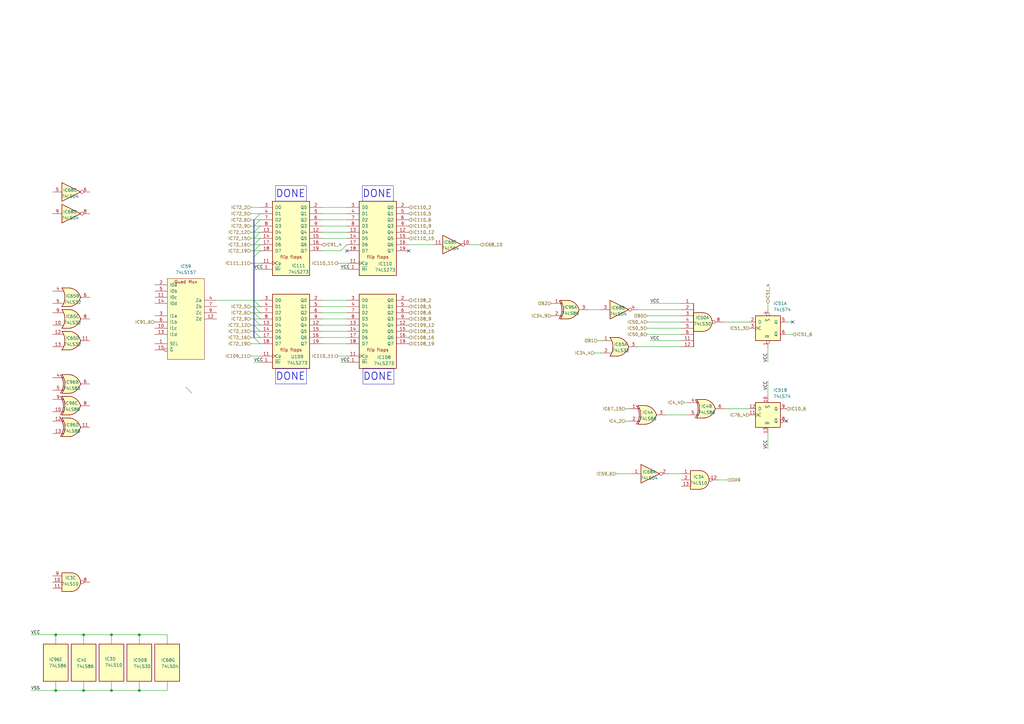
<source format=kicad_sch>
(kicad_sch (version 20231120) (generator "eeschema") (generator_version "8.0")
  (paper "A3")
  (lib_symbols
    (symbol "74LS10_1" (pin_names (offset 1.016))
      (property "Reference" "IC3" (at -2.794 1.524 0))
      (property "Value" "74LS10" (at -2.794 -1.016 0))
      (symbol "74LS10_1_1_1"
        (arc (start 0 -3.81) (mid 3.7934 0) (end 0 3.81) (stroke (width 0.254)) (fill (type background)))
        (polyline (pts (xy 0 3.81) (xy -3.81 3.81) (xy -3.81 -3.81) (xy 0 -3.81)) (stroke (width 0.254)) (fill (type background)))
        (pin input line (at -7.62 2.54 0) (length 3.81) (name "~") (number "1"))
        (pin output inverted (at 7.62 0 180) (length 3.81) (name "~") (number "12"))
        (pin input line (at -7.62 -2.54 0) (length 3.81) (name "~") (number "13"))
        (pin input line (at -7.62 0 0) (length 3.81) (name "~") (number "2"))
      )
      (symbol "74LS10_1_1_2"
        (arc (start -3.81 -3.81) (mid -2.589 0) (end -3.81 3.81) (stroke (width 0.254)))
        (arc (start -0.6096 -3.81) (mid 2.1842 -2.5851) (end 3.81 0) (stroke (width 0.254)) (fill (type background)))
        (polyline (pts (xy -3.81 -3.81) (xy -0.635 -3.81)) (stroke (width 0.254)) (fill (type background)))
        (polyline (pts (xy -3.81 3.81) (xy -0.635 3.81)) (stroke (width 0.254)) (fill (type background)))
        (polyline (pts (xy -0.635 3.81) (xy -3.81 3.81) (xy -3.81 3.81) (xy -3.556 3.4036) (xy -3.0226 2.2606) (xy -2.6924 1.0414) (xy -2.6162 -0.254) (xy -2.7686 -1.4986) (xy -3.175 -2.7178) (xy -3.81 -3.81) (xy -3.81 -3.81) (xy -0.635 -3.81)) (stroke (width -25.4)) (fill (type background)))
        (arc (start 3.81 0) (mid 2.1915 2.5936) (end -0.6096 3.81) (stroke (width 0.254)) (fill (type background)))
        (pin input inverted (at -7.62 2.54 0) (length 4.318) (name "~") (number "1"))
        (pin output line (at 7.62 0 180) (length 3.81) (name "~") (number "12"))
        (pin input inverted (at -7.62 -2.54 0) (length 4.318) (name "~") (number "13"))
        (pin input inverted (at -7.62 0 0) (length 4.953) (name "~") (number "2"))
      )
      (symbol "74LS10_1_2_1"
        (arc (start 0 -3.81) (mid 3.7934 0) (end 0 3.81) (stroke (width 0.254)) (fill (type background)))
        (polyline (pts (xy 0 3.81) (xy -3.81 3.81) (xy -3.81 -3.81) (xy 0 -3.81)) (stroke (width 0.254)) (fill (type background)))
        (pin input line (at -7.62 2.54 0) (length 3.81) (name "~") (number "3"))
        (pin input line (at -7.62 0 0) (length 3.81) (name "~") (number "4"))
        (pin input line (at -7.62 -2.54 0) (length 3.81) (name "~") (number "5"))
        (pin output inverted (at 7.62 0 180) (length 3.81) (name "~") (number "6"))
      )
      (symbol "74LS10_1_2_2"
        (arc (start -3.81 -3.81) (mid -2.589 0) (end -3.81 3.81) (stroke (width 0.254)))
        (arc (start -0.6096 -3.81) (mid 2.1842 -2.5851) (end 3.81 0) (stroke (width 0.254)) (fill (type background)))
        (polyline (pts (xy -3.81 -3.81) (xy -0.635 -3.81)) (stroke (width 0.254)) (fill (type background)))
        (polyline (pts (xy -3.81 3.81) (xy -0.635 3.81)) (stroke (width 0.254)) (fill (type background)))
        (polyline (pts (xy -0.635 3.81) (xy -3.81 3.81) (xy -3.81 3.81) (xy -3.556 3.4036) (xy -3.0226 2.2606) (xy -2.6924 1.0414) (xy -2.6162 -0.254) (xy -2.7686 -1.4986) (xy -3.175 -2.7178) (xy -3.81 -3.81) (xy -3.81 -3.81) (xy -0.635 -3.81)) (stroke (width -25.4)) (fill (type background)))
        (arc (start 3.81 0) (mid 2.1915 2.5936) (end -0.6096 3.81) (stroke (width 0.254)) (fill (type background)))
        (pin input inverted (at -7.62 2.54 0) (length 4.318) (name "~") (number "3"))
        (pin input inverted (at -7.62 0 0) (length 4.953) (name "~") (number "4"))
        (pin input inverted (at -7.62 -2.54 0) (length 4.318) (name "~") (number "5"))
        (pin output line (at 7.62 0 180) (length 3.81) (name "~") (number "6"))
      )
      (symbol "74LS10_1_3_1"
        (arc (start 0 -3.81) (mid 3.7934 0) (end 0 3.81) (stroke (width 0.254)) (fill (type background)))
        (polyline (pts (xy 0 3.81) (xy -3.81 3.81) (xy -3.81 -3.81) (xy 0 -3.81)) (stroke (width 0.254)) (fill (type background)))
        (pin input line (at -7.62 0 0) (length 3.81) (name "~") (number "10"))
        (pin input line (at -7.62 -2.54 0) (length 3.81) (name "~") (number "11"))
        (pin output inverted (at 7.62 0 180) (length 3.81) (name "~") (number "8"))
        (pin input line (at -7.62 2.54 0) (length 3.81) (name "~") (number "9"))
      )
      (symbol "74LS10_1_3_2"
        (arc (start -3.81 -3.81) (mid -2.589 0) (end -3.81 3.81) (stroke (width 0.254)))
        (arc (start -0.6096 -3.81) (mid 2.1842 -2.5851) (end 3.81 0) (stroke (width 0.254)) (fill (type background)))
        (polyline (pts (xy -3.81 -3.81) (xy -0.635 -3.81)) (stroke (width 0.254)) (fill (type background)))
        (polyline (pts (xy -3.81 3.81) (xy -0.635 3.81)) (stroke (width 0.254)) (fill (type background)))
        (polyline (pts (xy -0.635 3.81) (xy -3.81 3.81) (xy -3.81 3.81) (xy -3.556 3.4036) (xy -3.0226 2.2606) (xy -2.6924 1.0414) (xy -2.6162 -0.254) (xy -2.7686 -1.4986) (xy -3.175 -2.7178) (xy -3.81 -3.81) (xy -3.81 -3.81) (xy -0.635 -3.81)) (stroke (width -25.4)) (fill (type background)))
        (arc (start 3.81 0) (mid 2.1915 2.5936) (end -0.6096 3.81) (stroke (width 0.254)) (fill (type background)))
        (pin input inverted (at -7.62 0 0) (length 4.953) (name "~") (number "10"))
        (pin input inverted (at -7.62 -2.54 0) (length 4.318) (name "~") (number "11"))
        (pin output line (at 7.62 0 180) (length 3.81) (name "~") (number "8"))
        (pin input inverted (at -7.62 2.54 0) (length 4.318) (name "~") (number "9"))
      )
      (symbol "74LS10_1_4_0"
        (pin power_in line (at 0 12.7 270) (length 5.08) hide (name "VCC") (number "14"))
        (pin power_in line (at 0 -12.7 90) (length 5.08) hide (name "GND") (number "7"))
      )
      (symbol "74LS10_1_4_1"
        (rectangle (start -5.08 7.62) (end 5.08 -7.62) (stroke (width 0.254)) (fill (type background)))
      )
    )
    (symbol "74xx:74LS10" (pin_names (offset 1.016))
      (property "Reference" "U" (at 0 1.27 0))
      (property "Value" "74LS10" (at 0 -1.27 0))
      (symbol "74LS10_1_1"
        (arc (start 0 -3.81) (mid 3.7934 0) (end 0 3.81) (stroke (width 0.254)) (fill (type background)))
        (polyline (pts (xy 0 3.81) (xy -3.81 3.81) (xy -3.81 -3.81) (xy 0 -3.81)) (stroke (width 0.254)) (fill (type background)))
        (pin input line (at -7.62 2.54 0) (length 3.81) (name "~") (number "1"))
        (pin output inverted (at 7.62 0 180) (length 3.81) (name "~") (number "12"))
        (pin input line (at -7.62 -2.54 0) (length 3.81) (name "~") (number "13"))
        (pin input line (at -7.62 0 0) (length 3.81) (name "~") (number "2"))
      )
      (symbol "74LS10_1_2"
        (arc (start -3.81 -3.81) (mid -2.589 0) (end -3.81 3.81) (stroke (width 0.254)))
        (arc (start -0.6096 -3.81) (mid 2.1842 -2.5851) (end 3.81 0) (stroke (width 0.254)) (fill (type background)))
        (polyline (pts (xy -3.81 -3.81) (xy -0.635 -3.81)) (stroke (width 0.254)) (fill (type background)))
        (polyline (pts (xy -3.81 3.81) (xy -0.635 3.81)) (stroke (width 0.254)) (fill (type background)))
        (polyline (pts (xy -0.635 3.81) (xy -3.81 3.81) (xy -3.81 3.81) (xy -3.556 3.4036) (xy -3.0226 2.2606) (xy -2.6924 1.0414) (xy -2.6162 -0.254) (xy -2.7686 -1.4986) (xy -3.175 -2.7178) (xy -3.81 -3.81) (xy -3.81 -3.81) (xy -0.635 -3.81)) (stroke (width -25.4)) (fill (type background)))
        (arc (start 3.81 0) (mid 2.1915 2.5936) (end -0.6096 3.81) (stroke (width 0.254)) (fill (type background)))
        (pin input inverted (at -7.62 2.54 0) (length 4.318) (name "~") (number "1"))
        (pin output line (at 7.62 0 180) (length 3.81) (name "~") (number "12"))
        (pin input inverted (at -7.62 -2.54 0) (length 4.318) (name "~") (number "13"))
        (pin input inverted (at -7.62 0 0) (length 4.953) (name "~") (number "2"))
      )
      (symbol "74LS10_2_1"
        (arc (start 0 -3.81) (mid 3.7934 0) (end 0 3.81) (stroke (width 0.254)) (fill (type background)))
        (polyline (pts (xy 0 3.81) (xy -3.81 3.81) (xy -3.81 -3.81) (xy 0 -3.81)) (stroke (width 0.254)) (fill (type background)))
        (pin input line (at -7.62 2.54 0) (length 3.81) (name "~") (number "3"))
        (pin input line (at -7.62 0 0) (length 3.81) (name "~") (number "4"))
        (pin input line (at -7.62 -2.54 0) (length 3.81) (name "~") (number "5"))
        (pin output inverted (at 7.62 0 180) (length 3.81) (name "~") (number "6"))
      )
      (symbol "74LS10_2_2"
        (arc (start -3.81 -3.81) (mid -2.589 0) (end -3.81 3.81) (stroke (width 0.254)))
        (arc (start -0.6096 -3.81) (mid 2.1842 -2.5851) (end 3.81 0) (stroke (width 0.254)) (fill (type background)))
        (polyline (pts (xy -3.81 -3.81) (xy -0.635 -3.81)) (stroke (width 0.254)) (fill (type background)))
        (polyline (pts (xy -3.81 3.81) (xy -0.635 3.81)) (stroke (width 0.254)) (fill (type background)))
        (polyline (pts (xy -0.635 3.81) (xy -3.81 3.81) (xy -3.81 3.81) (xy -3.556 3.4036) (xy -3.0226 2.2606) (xy -2.6924 1.0414) (xy -2.6162 -0.254) (xy -2.7686 -1.4986) (xy -3.175 -2.7178) (xy -3.81 -3.81) (xy -3.81 -3.81) (xy -0.635 -3.81)) (stroke (width -25.4)) (fill (type background)))
        (arc (start 3.81 0) (mid 2.1915 2.5936) (end -0.6096 3.81) (stroke (width 0.254)) (fill (type background)))
        (pin input inverted (at -7.62 2.54 0) (length 4.318) (name "~") (number "3"))
        (pin input inverted (at -7.62 0 0) (length 4.953) (name "~") (number "4"))
        (pin input inverted (at -7.62 -2.54 0) (length 4.318) (name "~") (number "5"))
        (pin output line (at 7.62 0 180) (length 3.81) (name "~") (number "6"))
      )
      (symbol "74LS10_3_1"
        (arc (start 0 -3.81) (mid 3.7934 0) (end 0 3.81) (stroke (width 0.254)) (fill (type background)))
        (polyline (pts (xy 0 3.81) (xy -3.81 3.81) (xy -3.81 -3.81) (xy 0 -3.81)) (stroke (width 0.254)) (fill (type background)))
        (pin input line (at -7.62 0 0) (length 3.81) (name "~") (number "10"))
        (pin input line (at -7.62 -2.54 0) (length 3.81) (name "~") (number "11"))
        (pin output inverted (at 7.62 0 180) (length 3.81) (name "~") (number "8"))
        (pin input line (at -7.62 2.54 0) (length 3.81) (name "~") (number "9"))
      )
      (symbol "74LS10_3_2"
        (arc (start -3.81 -3.81) (mid -2.589 0) (end -3.81 3.81) (stroke (width 0.254)))
        (arc (start -0.6096 -3.81) (mid 2.1842 -2.5851) (end 3.81 0) (stroke (width 0.254)) (fill (type background)))
        (polyline (pts (xy -3.81 -3.81) (xy -0.635 -3.81)) (stroke (width 0.254)) (fill (type background)))
        (polyline (pts (xy -3.81 3.81) (xy -0.635 3.81)) (stroke (width 0.254)) (fill (type background)))
        (polyline (pts (xy -0.635 3.81) (xy -3.81 3.81) (xy -3.81 3.81) (xy -3.556 3.4036) (xy -3.0226 2.2606) (xy -2.6924 1.0414) (xy -2.6162 -0.254) (xy -2.7686 -1.4986) (xy -3.175 -2.7178) (xy -3.81 -3.81) (xy -3.81 -3.81) (xy -0.635 -3.81)) (stroke (width -25.4)) (fill (type background)))
        (arc (start 3.81 0) (mid 2.1915 2.5936) (end -0.6096 3.81) (stroke (width 0.254)) (fill (type background)))
        (pin input inverted (at -7.62 0 0) (length 4.953) (name "~") (number "10"))
        (pin input inverted (at -7.62 -2.54 0) (length 4.318) (name "~") (number "11"))
        (pin output line (at 7.62 0 180) (length 3.81) (name "~") (number "8"))
        (pin input inverted (at -7.62 2.54 0) (length 4.318) (name "~") (number "9"))
      )
      (symbol "74LS10_4_0"
        (pin power_in line (at 0 12.7 270) (length 5.08) (name "VCC") (number "14"))
        (pin power_in line (at 0 -12.7 90) (length 5.08) (name "GND") (number "7"))
      )
      (symbol "74LS10_4_1"
        (rectangle (start -5.08 7.62) (end 5.08 -7.62) (stroke (width 0.254)) (fill (type background)))
      )
    )
    (symbol "jt74:74LS04" (pin_names (offset 1.016))
      (property "Reference" "U" (at 0 1.27 0))
      (property "Value" "74LS04" (at 0 -1.27 0))
      (symbol "74LS04_1_0"
        (polyline (pts (xy -3.81 3.81) (xy -3.81 -3.81) (xy 3.81 0) (xy -3.81 3.81)) (stroke (width 0.254)) (fill (type background)))
        (pin input line (at -7.62 0 0) (length 3.81) (name "~") (number "1"))
        (pin output inverted (at 7.62 0 180) (length 3.81) (name "~") (number "2"))
      )
      (symbol "74LS04_2_0"
        (polyline (pts (xy -3.81 3.81) (xy -3.81 -3.81) (xy 3.81 0) (xy -3.81 3.81)) (stroke (width 0.254)) (fill (type background)))
        (pin input line (at -7.62 0 0) (length 3.81) (name "~") (number "3"))
        (pin output inverted (at 7.62 0 180) (length 3.81) (name "~") (number "4"))
      )
      (symbol "74LS04_3_0"
        (polyline (pts (xy -3.81 3.81) (xy -3.81 -3.81) (xy 3.81 0) (xy -3.81 3.81)) (stroke (width 0.254)) (fill (type background)))
        (pin input line (at -7.62 0 0) (length 3.81) (name "~") (number "5"))
        (pin output inverted (at 7.62 0 180) (length 3.81) (name "~") (number "6"))
      )
      (symbol "74LS04_4_0"
        (polyline (pts (xy -3.81 3.81) (xy -3.81 -3.81) (xy 3.81 0) (xy -3.81 3.81)) (stroke (width 0.254)) (fill (type background)))
        (pin output inverted (at 7.62 0 180) (length 3.81) (name "~") (number "8"))
        (pin input line (at -7.62 0 0) (length 3.81) (name "~") (number "9"))
      )
      (symbol "74LS04_5_0"
        (polyline (pts (xy -3.81 3.81) (xy -3.81 -3.81) (xy 3.81 0) (xy -3.81 3.81)) (stroke (width 0.254)) (fill (type background)))
        (pin output inverted (at 7.62 0 180) (length 3.81) (name "~") (number "10"))
        (pin input line (at -7.62 0 0) (length 3.81) (name "~") (number "11"))
      )
      (symbol "74LS04_6_0"
        (polyline (pts (xy -3.81 3.81) (xy -3.81 -3.81) (xy 3.81 0) (xy -3.81 3.81)) (stroke (width 0.254)) (fill (type background)))
        (pin output inverted (at 7.62 0 180) (length 3.81) (name "~") (number "12"))
        (pin input line (at -7.62 0 0) (length 3.81) (name "~") (number "13"))
      )
      (symbol "74LS04_7_0"
        (pin power_in line (at 0 7.62 270) (length 5.08) hide (name "VCC") (number "14"))
        (pin power_in line (at 0 -7.62 90) (length 5.08) hide (name "VSS") (number "7"))
      )
      (symbol "74LS04_7_1"
        (rectangle (start -5.08 7.62) (end 5.08 -7.62) (stroke (width 0.254)) (fill (type background)))
      )
    )
    (symbol "jt74:74LS157" (pin_names (offset 1.016))
      (property "Reference" "U" (at 5.08 16.51 0))
      (property "Value" "74LS157" (at 0 -16.51 0))
      (symbol "74LS157_0_0"
        (text "Quad Mux" (at 0 13.97 0) (effects (font (size 1.27 1.27))))
      )
      (symbol "74LS157_1_0"
        (pin input line (at -12.7 -11.43 0) (length 5.08) (name "SEL") (number "1"))
        (pin input line (at -12.7 -5.08 0) (length 5.08) (name "I1c") (number "10"))
        (pin input line (at -12.7 7.62 0) (length 5.08) (name "I0c") (number "11"))
        (pin output line (at 12.7 -1.27 180) (length 5.08) (name "Zd") (number "12"))
        (pin input line (at -12.7 -7.62 0) (length 5.08) (name "I1d") (number "13"))
        (pin input line (at -12.7 5.08 0) (length 5.08) (name "I0d") (number "14"))
        (pin input inverted (at -12.7 -13.97 0) (length 5.08) (name "~{G}") (number "15"))
        (pin input line (at -12.7 12.7 0) (length 5.08) (name "I0a") (number "2"))
        (pin input line (at -12.7 0 0) (length 5.08) (name "I1a") (number "3"))
        (pin output line (at 12.7 6.35 180) (length 5.08) (name "Za") (number "4"))
        (pin input line (at -12.7 10.16 0) (length 5.08) (name "I0b") (number "5"))
        (pin input line (at -12.7 -2.54 0) (length 5.08) (name "I1b") (number "6"))
        (pin output line (at 12.7 3.81 180) (length 5.08) (name "Zb") (number "7"))
        (pin output line (at 12.7 1.27 180) (length 5.08) (name "Zc") (number "9"))
      )
      (symbol "74LS157_1_1"
        (rectangle (start -7.62 15.24) (end 7.62 -17.78) (fill (type background)))
      )
    )
    (symbol "jt74:74LS273" (pin_names (offset 1.016))
      (property "Reference" "U" (at 0 2.54 0))
      (property "Value" "74LS273" (at 2.54 -13.97 0))
      (symbol "74LS273_0_0"
        (text "flip flops" (at 0 -7.62 0) (effects (font (size 1.27 1.27))))
      )
      (symbol "74LS273_1_0"
        (pin input line (at -12.7 -12.7 0) (length 5.08) (name "~{Mr}") (number "1"))
        (pin input clock (at -12.7 -10.16 0) (length 5.08) (name "Cp") (number "11"))
        (pin output line (at 12.7 2.54 180) (length 5.08) (name "Q4") (number "12"))
        (pin input line (at -12.7 2.54 0) (length 5.08) (name "D4") (number "13"))
        (pin input line (at -12.7 0 0) (length 5.08) (name "D5") (number "14"))
        (pin output line (at 12.7 0 180) (length 5.08) (name "Q5") (number "15"))
        (pin output line (at 12.7 -2.54 180) (length 5.08) (name "Q6") (number "16"))
        (pin input line (at -12.7 -2.54 0) (length 5.08) (name "D6") (number "17"))
        (pin input line (at -12.7 -5.08 0) (length 5.08) (name "D7") (number "18"))
        (pin output line (at 12.7 -5.08 180) (length 5.08) (name "Q7") (number "19"))
        (pin output line (at 12.7 12.7 180) (length 5.08) (name "Q0") (number "2"))
        (pin input line (at -12.7 12.7 0) (length 5.08) (name "D0") (number "3"))
        (pin input line (at -12.7 10.16 0) (length 5.08) (name "D1") (number "4"))
        (pin output line (at 12.7 10.16 180) (length 5.08) (name "Q1") (number "5"))
        (pin output line (at 12.7 7.62 180) (length 5.08) (name "Q2") (number "6"))
        (pin input line (at -12.7 7.62 0) (length 5.08) (name "D2") (number "7"))
        (pin input line (at -12.7 5.08 0) (length 5.08) (name "D3") (number "8"))
        (pin output line (at 12.7 5.08 180) (length 5.08) (name "Q3") (number "9"))
      )
      (symbol "74LS273_1_1"
        (rectangle (start -7.62 15.24) (end 7.62 -15.24) (stroke (width 0.254)) (fill (type background)))
      )
    )
    (symbol "jt74:74LS30" (pin_names (offset 1.016))
      (property "Reference" "U" (at 0 1.27 0))
      (property "Value" "74LS30" (at 0 -1.27 0))
      (symbol "74LS30_1_1"
        (arc (start 0 -3.81) (mid 3.7934 0) (end 0 3.81) (stroke (width 0.254)) (fill (type background)))
        (polyline (pts (xy -3.81 7.62) (xy -3.81 -10.16)) (stroke (width 0.254)))
        (polyline (pts (xy 0 3.81) (xy -3.81 3.81) (xy -3.81 -3.81) (xy 0 -3.81)) (stroke (width 0.254)) (fill (type background)))
        (pin input line (at -8.89 7.62 0) (length 5.08) (name "~") (number "1"))
        (pin no_connect line (at 1.27 -7.62 180) (length 5.08) hide (name "") (number "10"))
        (pin input line (at -8.89 -7.62 0) (length 5.08) (name "~") (number "11"))
        (pin input line (at -8.89 -10.16 0) (length 5.08) (name "~") (number "12"))
        (pin no_connect line (at 1.27 -10.16 180) (length 5.08) hide (name "") (number "13"))
        (pin input line (at -8.89 5.08 0) (length 5.08) (name "~") (number "2"))
        (pin input line (at -8.89 2.54 0) (length 5.08) (name "~") (number "3"))
        (pin input line (at -8.89 0 0) (length 5.08) (name "~") (number "4"))
        (pin input line (at -8.89 -2.54 0) (length 5.08) (name "~") (number "5"))
        (pin input line (at -8.89 -5.08 0) (length 5.08) (name "~") (number "6"))
        (pin output inverted (at 8.89 0 180) (length 5.08) (name "~") (number "8"))
        (pin no_connect line (at 1.27 -5.08 180) (length 5.08) hide (name "") (number "9"))
      )
      (symbol "74LS30_1_2"
        (arc (start -3.81 -3.81) (mid -2.589 0) (end -3.81 3.81) (stroke (width 0.254)))
        (arc (start -0.6096 -3.81) (mid 2.1842 -2.5851) (end 3.81 0) (stroke (width 0.254)) (fill (type background)))
        (polyline (pts (xy -3.81 -3.81) (xy -3.81 -10.16)) (stroke (width 0.254)))
        (polyline (pts (xy -3.81 -3.81) (xy -0.635 -3.81)) (stroke (width 0.254)) (fill (type background)))
        (polyline (pts (xy -3.81 3.81) (xy -0.635 3.81)) (stroke (width 0.254)) (fill (type background)))
        (polyline (pts (xy -3.81 7.62) (xy -3.81 3.81)) (stroke (width 0.254)))
        (polyline (pts (xy -0.635 3.81) (xy -3.81 3.81) (xy -3.81 3.81) (xy -3.556 3.4036) (xy -3.0226 2.2606) (xy -2.6924 1.0414) (xy -2.6162 -0.254) (xy -2.7686 -1.4986) (xy -3.175 -2.7178) (xy -3.81 -3.81) (xy -3.81 -3.81) (xy -0.635 -3.81)) (stroke (width -25.4)) (fill (type background)))
        (arc (start 3.81 0) (mid 2.1915 2.5936) (end -0.6096 3.81) (stroke (width 0.254)) (fill (type background)))
        (pin input inverted (at -7.62 7.62 0) (length 3.81) (name "~") (number "1"))
        (pin input inverted (at -7.62 -7.62 0) (length 3.81) (name "~") (number "11"))
        (pin input inverted (at -7.62 -10.16 0) (length 3.81) (name "~") (number "12"))
        (pin input inverted (at -7.62 5.08 0) (length 3.81) (name "~") (number "2"))
        (pin input inverted (at -7.62 2.54 0) (length 4.5466) (name "~") (number "3"))
        (pin input inverted (at -7.62 0 0) (length 5.08) (name "~") (number "4"))
        (pin input inverted (at -7.62 -2.54 0) (length 4.5466) (name "~") (number "5"))
        (pin input inverted (at -7.62 -5.08 0) (length 3.81) (name "~") (number "6"))
        (pin output line (at 7.62 0 180) (length 3.81) (name "~") (number "8"))
      )
      (symbol "74LS30_2_0"
        (pin power_in line (at 0 7.62 270) (length 5.08) hide (name "VCC") (number "14"))
        (pin power_in line (at 0 -7.62 90) (length 5.08) hide (name "VSS") (number "7"))
      )
      (symbol "74LS30_2_1"
        (rectangle (start -5.08 7.62) (end 5.08 -7.62) (stroke (width 0.254)) (fill (type background)))
      )
    )
    (symbol "jt74:74LS32" (pin_names (offset 1.016))
      (property "Reference" "U" (at 0 1.27 0))
      (property "Value" "74LS32" (at 0 -1.27 0))
      (symbol "74LS32_1_1"
        (arc (start -3.81 -3.81) (mid -2.589 0) (end -3.81 3.81) (stroke (width 0.254)))
        (arc (start -0.6096 -3.81) (mid 2.1842 -2.5851) (end 3.81 0) (stroke (width 0.254)) (fill (type background)))
        (polyline (pts (xy -3.81 -3.81) (xy -0.635 -3.81)) (stroke (width 0.254)) (fill (type background)))
        (polyline (pts (xy -3.81 3.81) (xy -0.635 3.81)) (stroke (width 0.254)) (fill (type background)))
        (polyline (pts (xy -0.635 3.81) (xy -3.81 3.81) (xy -3.81 3.81) (xy -3.556 3.4036) (xy -3.0226 2.2606) (xy -2.6924 1.0414) (xy -2.6162 -0.254) (xy -2.7686 -1.4986) (xy -3.175 -2.7178) (xy -3.81 -3.81) (xy -3.81 -3.81) (xy -0.635 -3.81)) (stroke (width -25.4)) (fill (type background)))
        (arc (start 3.81 0) (mid 2.1915 2.5936) (end -0.6096 3.81) (stroke (width 0.254)) (fill (type background)))
        (pin input line (at -7.62 2.54 0) (length 4.318) (name "~") (number "1"))
        (pin input line (at -7.62 -2.54 0) (length 4.318) (name "~") (number "2"))
        (pin output line (at 7.62 0 180) (length 3.81) (name "~") (number "3"))
      )
      (symbol "74LS32_1_2"
        (arc (start 0 -3.81) (mid 3.7934 0) (end 0 3.81) (stroke (width 0.254)) (fill (type background)))
        (polyline (pts (xy 0 3.81) (xy -3.81 3.81) (xy -3.81 -3.81) (xy 0 -3.81)) (stroke (width 0.254)) (fill (type background)))
        (pin input inverted (at -7.62 2.54 0) (length 3.81) (name "~") (number "1"))
        (pin input inverted (at -7.62 -2.54 0) (length 3.81) (name "~") (number "2"))
        (pin output inverted (at 7.62 0 180) (length 3.81) (name "~") (number "3"))
      )
      (symbol "74LS32_2_1"
        (arc (start -3.81 -3.81) (mid -2.589 0) (end -3.81 3.81) (stroke (width 0.254)))
        (arc (start -0.6096 -3.81) (mid 2.1842 -2.5851) (end 3.81 0) (stroke (width 0.254)) (fill (type background)))
        (polyline (pts (xy -3.81 -3.81) (xy -0.635 -3.81)) (stroke (width 0.254)) (fill (type background)))
        (polyline (pts (xy -3.81 3.81) (xy -0.635 3.81)) (stroke (width 0.254)) (fill (type background)))
        (polyline (pts (xy -0.635 3.81) (xy -3.81 3.81) (xy -3.81 3.81) (xy -3.556 3.4036) (xy -3.0226 2.2606) (xy -2.6924 1.0414) (xy -2.6162 -0.254) (xy -2.7686 -1.4986) (xy -3.175 -2.7178) (xy -3.81 -3.81) (xy -3.81 -3.81) (xy -0.635 -3.81)) (stroke (width -25.4)) (fill (type background)))
        (arc (start 3.81 0) (mid 2.1915 2.5936) (end -0.6096 3.81) (stroke (width 0.254)) (fill (type background)))
        (pin input line (at -7.62 2.54 0) (length 4.318) (name "~") (number "4"))
        (pin input line (at -7.62 -2.54 0) (length 4.318) (name "~") (number "5"))
        (pin output line (at 7.62 0 180) (length 3.81) (name "~") (number "6"))
      )
      (symbol "74LS32_2_2"
        (arc (start 0 -3.81) (mid 3.7934 0) (end 0 3.81) (stroke (width 0.254)) (fill (type background)))
        (polyline (pts (xy 0 3.81) (xy -3.81 3.81) (xy -3.81 -3.81) (xy 0 -3.81)) (stroke (width 0.254)) (fill (type background)))
        (pin input inverted (at -7.62 2.54 0) (length 3.81) (name "~") (number "4"))
        (pin input inverted (at -7.62 -2.54 0) (length 3.81) (name "~") (number "5"))
        (pin output inverted (at 7.62 0 180) (length 3.81) (name "~") (number "6"))
      )
      (symbol "74LS32_3_1"
        (arc (start -3.81 -3.81) (mid -2.589 0) (end -3.81 3.81) (stroke (width 0.254)))
        (arc (start -0.6096 -3.81) (mid 2.1842 -2.5851) (end 3.81 0) (stroke (width 0.254)) (fill (type background)))
        (polyline (pts (xy -3.81 -3.81) (xy -0.635 -3.81)) (stroke (width 0.254)) (fill (type background)))
        (polyline (pts (xy -3.81 3.81) (xy -0.635 3.81)) (stroke (width 0.254)) (fill (type background)))
        (polyline (pts (xy -0.635 3.81) (xy -3.81 3.81) (xy -3.81 3.81) (xy -3.556 3.4036) (xy -3.0226 2.2606) (xy -2.6924 1.0414) (xy -2.6162 -0.254) (xy -2.7686 -1.4986) (xy -3.175 -2.7178) (xy -3.81 -3.81) (xy -3.81 -3.81) (xy -0.635 -3.81)) (stroke (width -25.4)) (fill (type background)))
        (arc (start 3.81 0) (mid 2.1915 2.5936) (end -0.6096 3.81) (stroke (width 0.254)) (fill (type background)))
        (pin input line (at -7.62 -2.54 0) (length 4.318) (name "~") (number "10"))
        (pin output line (at 7.62 0 180) (length 3.81) (name "~") (number "8"))
        (pin input line (at -7.62 2.54 0) (length 4.318) (name "~") (number "9"))
      )
      (symbol "74LS32_3_2"
        (arc (start 0 -3.81) (mid 3.7934 0) (end 0 3.81) (stroke (width 0.254)) (fill (type background)))
        (polyline (pts (xy 0 3.81) (xy -3.81 3.81) (xy -3.81 -3.81) (xy 0 -3.81)) (stroke (width 0.254)) (fill (type background)))
        (pin input inverted (at -7.62 -2.54 0) (length 3.81) (name "~") (number "10"))
        (pin output inverted (at 7.62 0 180) (length 3.81) (name "~") (number "8"))
        (pin input inverted (at -7.62 2.54 0) (length 3.81) (name "~") (number "9"))
      )
      (symbol "74LS32_4_1"
        (arc (start -3.81 -3.81) (mid -2.589 0) (end -3.81 3.81) (stroke (width 0.254)))
        (arc (start -0.6096 -3.81) (mid 2.1842 -2.5851) (end 3.81 0) (stroke (width 0.254)) (fill (type background)))
        (polyline (pts (xy -3.81 -3.81) (xy -0.635 -3.81)) (stroke (width 0.254)) (fill (type background)))
        (polyline (pts (xy -3.81 3.81) (xy -0.635 3.81)) (stroke (width 0.254)) (fill (type background)))
        (polyline (pts (xy -0.635 3.81) (xy -3.81 3.81) (xy -3.81 3.81) (xy -3.556 3.4036) (xy -3.0226 2.2606) (xy -2.6924 1.0414) (xy -2.6162 -0.254) (xy -2.7686 -1.4986) (xy -3.175 -2.7178) (xy -3.81 -3.81) (xy -3.81 -3.81) (xy -0.635 -3.81)) (stroke (width -25.4)) (fill (type background)))
        (arc (start 3.81 0) (mid 2.1915 2.5936) (end -0.6096 3.81) (stroke (width 0.254)) (fill (type background)))
        (pin output line (at 7.62 0 180) (length 3.81) (name "~") (number "11"))
        (pin input line (at -7.62 2.54 0) (length 4.318) (name "~") (number "12"))
        (pin input line (at -7.62 -2.54 0) (length 4.318) (name "~") (number "13"))
      )
      (symbol "74LS32_4_2"
        (arc (start 0 -3.81) (mid 3.7934 0) (end 0 3.81) (stroke (width 0.254)) (fill (type background)))
        (polyline (pts (xy 0 3.81) (xy -3.81 3.81) (xy -3.81 -3.81) (xy 0 -3.81)) (stroke (width 0.254)) (fill (type background)))
        (pin output inverted (at 7.62 0 180) (length 3.81) (name "~") (number "11"))
        (pin input inverted (at -7.62 2.54 0) (length 3.81) (name "~") (number "12"))
        (pin input inverted (at -7.62 -2.54 0) (length 3.81) (name "~") (number "13"))
      )
      (symbol "74LS32_5_0"
        (pin power_in line (at 0 7.62 270) (length 5.08) hide (name "VCC") (number "14"))
        (pin power_in line (at 0 -7.62 90) (length 5.08) hide (name "VSS") (number "7"))
      )
      (symbol "74LS32_5_1"
        (rectangle (start -5.08 7.62) (end 5.08 -7.62) (stroke (width 0.254)) (fill (type background)))
      )
    )
    (symbol "jt74:74LS74" (pin_names (offset 1.016))
      (property "Reference" "U" (at 3.81 5.08 0))
      (property "Value" "74LS74" (at 0 0 0))
      (symbol "74LS74_1_0"
        (pin input inverted (at 0 -7.62 90) (length 2.54) (name "~{R}") (number "1"))
        (pin input line (at -7.62 2.54 0) (length 2.54) (name "D") (number "2"))
        (pin input clock (at -7.62 0 0) (length 2.54) (name "C") (number "3"))
        (pin input inverted (at 0 7.62 270) (length 2.54) (name "~{S}") (number "4"))
        (pin output line (at 7.62 2.54 180) (length 2.54) (name "Q") (number "5"))
        (pin output line (at 7.62 -2.54 180) (length 2.54) (name "~{Q}") (number "6"))
      )
      (symbol "74LS74_1_1"
        (rectangle (start -5.08 5.08) (end 5.08 -5.08) (stroke (width 0.254)) (fill (type background)))
      )
      (symbol "74LS74_2_0"
        (pin input clock (at -7.62 0 0) (length 2.54) (name "C") (number "11"))
        (pin input line (at -7.62 2.54 0) (length 2.54) (name "D") (number "12"))
        (pin input line (at 0 -7.62 90) (length 2.54) (name "~{R}") (number "13"))
        (pin output inverted (at 7.62 -2.54 180) (length 2.54) (name "~{Q}") (number "8"))
        (pin output line (at 7.62 2.54 180) (length 2.54) (name "Q") (number "9"))
      )
      (symbol "74LS74_2_1"
        (rectangle (start -5.08 5.08) (end 5.08 -5.08) (stroke (width 0.254)) (fill (type background)))
        (pin input line (at 0 7.62 270) (length 2.54) (name "~{S}") (number "10"))
      )
      (symbol "74LS74_3_0"
        (pin power_in line (at 0 7.62 270) (length 2.54) hide (name "VCC") (number "14"))
        (pin power_in line (at 0 -7.62 90) (length 2.54) hide (name "VSS") (number "7"))
      )
      (symbol "74LS74_3_1"
        (rectangle (start -5.08 7.62) (end 5.08 -7.62) (stroke (width 0.254)) (fill (type background)))
      )
    )
    (symbol "jt74:74LS86" (pin_names (offset 1.016))
      (property "Reference" "U" (at 0 1.27 0))
      (property "Value" "74LS86" (at 0 -1.27 0))
      (symbol "74LS86_1_0"
        (arc (start -4.4196 -3.81) (mid -3.2033 0) (end -4.4196 3.81) (stroke (width 0.254)))
        (arc (start -3.81 -3.81) (mid -2.589 0) (end -3.81 3.81) (stroke (width 0.254)))
        (arc (start -0.6096 -3.81) (mid 2.1842 -2.5851) (end 3.81 0) (stroke (width 0.254)) (fill (type background)))
        (polyline (pts (xy -3.81 -3.81) (xy -0.635 -3.81)) (stroke (width 0.254)) (fill (type background)))
        (polyline (pts (xy -3.81 3.81) (xy -0.635 3.81)) (stroke (width 0.254)) (fill (type background)))
        (polyline (pts (xy -0.635 3.81) (xy -3.81 3.81) (xy -3.81 3.81) (xy -3.556 3.4036) (xy -3.0226 2.2606) (xy -2.6924 1.0414) (xy -2.6162 -0.254) (xy -2.7686 -1.4986) (xy -3.175 -2.7178) (xy -3.81 -3.81) (xy -3.81 -3.81) (xy -0.635 -3.81)) (stroke (width -25.4)) (fill (type background)))
        (arc (start 3.81 0) (mid 2.1915 2.5936) (end -0.6096 3.81) (stroke (width 0.254)) (fill (type background)))
        (pin input line (at -7.62 2.54 0) (length 4.445) (name "~") (number "1"))
        (pin input line (at -7.62 -2.54 0) (length 4.445) (name "~") (number "2"))
        (pin output line (at 7.62 0 180) (length 3.81) (name "~") (number "3"))
      )
      (symbol "74LS86_1_1"
        (polyline (pts (xy -3.81 -2.54) (xy -3.175 -2.54)) (stroke (width 0.1524)))
        (polyline (pts (xy -3.81 2.54) (xy -3.175 2.54)) (stroke (width 0.1524)))
      )
      (symbol "74LS86_2_0"
        (arc (start -4.4196 -3.81) (mid -3.2033 0) (end -4.4196 3.81) (stroke (width 0.254)))
        (arc (start -3.81 -3.81) (mid -2.589 0) (end -3.81 3.81) (stroke (width 0.254)))
        (arc (start -0.6096 -3.81) (mid 2.1842 -2.5851) (end 3.81 0) (stroke (width 0.254)) (fill (type background)))
        (polyline (pts (xy -3.81 -3.81) (xy -0.635 -3.81)) (stroke (width 0.254)) (fill (type background)))
        (polyline (pts (xy -3.81 3.81) (xy -0.635 3.81)) (stroke (width 0.254)) (fill (type background)))
        (polyline (pts (xy -0.635 3.81) (xy -3.81 3.81) (xy -3.81 3.81) (xy -3.556 3.4036) (xy -3.0226 2.2606) (xy -2.6924 1.0414) (xy -2.6162 -0.254) (xy -2.7686 -1.4986) (xy -3.175 -2.7178) (xy -3.81 -3.81) (xy -3.81 -3.81) (xy -0.635 -3.81)) (stroke (width -25.4)) (fill (type background)))
        (arc (start 3.81 0) (mid 2.1915 2.5936) (end -0.6096 3.81) (stroke (width 0.254)) (fill (type background)))
        (pin input line (at -7.62 2.54 0) (length 4.445) (name "~") (number "4"))
        (pin input line (at -7.62 -2.54 0) (length 4.445) (name "~") (number "5"))
        (pin output line (at 7.62 0 180) (length 3.81) (name "~") (number "6"))
      )
      (symbol "74LS86_2_1"
        (polyline (pts (xy -3.81 -2.54) (xy -3.175 -2.54)) (stroke (width 0.1524)))
        (polyline (pts (xy -3.81 2.54) (xy -3.175 2.54)) (stroke (width 0.1524)))
      )
      (symbol "74LS86_3_0"
        (arc (start -4.4196 -3.81) (mid -3.2033 0) (end -4.4196 3.81) (stroke (width 0.254)))
        (arc (start -3.81 -3.81) (mid -2.589 0) (end -3.81 3.81) (stroke (width 0.254)))
        (arc (start -0.6096 -3.81) (mid 2.1842 -2.5851) (end 3.81 0) (stroke (width 0.254)) (fill (type background)))
        (polyline (pts (xy -3.81 -3.81) (xy -0.635 -3.81)) (stroke (width 0.254)) (fill (type background)))
        (polyline (pts (xy -3.81 3.81) (xy -0.635 3.81)) (stroke (width 0.254)) (fill (type background)))
        (polyline (pts (xy -0.635 3.81) (xy -3.81 3.81) (xy -3.81 3.81) (xy -3.556 3.4036) (xy -3.0226 2.2606) (xy -2.6924 1.0414) (xy -2.6162 -0.254) (xy -2.7686 -1.4986) (xy -3.175 -2.7178) (xy -3.81 -3.81) (xy -3.81 -3.81) (xy -0.635 -3.81)) (stroke (width -25.4)) (fill (type background)))
        (arc (start 3.81 0) (mid 2.1915 2.5936) (end -0.6096 3.81) (stroke (width 0.254)) (fill (type background)))
        (pin input line (at -7.62 -2.54 0) (length 4.445) (name "~") (number "10"))
        (pin output line (at 7.62 0 180) (length 3.81) (name "~") (number "8"))
        (pin input line (at -7.62 2.54 0) (length 4.445) (name "~") (number "9"))
      )
      (symbol "74LS86_3_1"
        (polyline (pts (xy -3.81 -2.54) (xy -3.175 -2.54)) (stroke (width 0.1524)))
        (polyline (pts (xy -3.81 2.54) (xy -3.175 2.54)) (stroke (width 0.1524)))
      )
      (symbol "74LS86_4_0"
        (arc (start -4.4196 -3.81) (mid -3.2033 0) (end -4.4196 3.81) (stroke (width 0.254)))
        (arc (start -3.81 -3.81) (mid -2.589 0) (end -3.81 3.81) (stroke (width 0.254)))
        (arc (start -0.6096 -3.81) (mid 2.1842 -2.5851) (end 3.81 0) (stroke (width 0.254)) (fill (type background)))
        (polyline (pts (xy -3.81 -3.81) (xy -0.635 -3.81)) (stroke (width 0.254)) (fill (type background)))
        (polyline (pts (xy -3.81 3.81) (xy -0.635 3.81)) (stroke (width 0.254)) (fill (type background)))
        (polyline (pts (xy -0.635 3.81) (xy -3.81 3.81) (xy -3.81 3.81) (xy -3.556 3.4036) (xy -3.0226 2.2606) (xy -2.6924 1.0414) (xy -2.6162 -0.254) (xy -2.7686 -1.4986) (xy -3.175 -2.7178) (xy -3.81 -3.81) (xy -3.81 -3.81) (xy -0.635 -3.81)) (stroke (width -25.4)) (fill (type background)))
        (arc (start 3.81 0) (mid 2.1915 2.5936) (end -0.6096 3.81) (stroke (width 0.254)) (fill (type background)))
        (pin output line (at 7.62 0 180) (length 3.81) (name "~") (number "11"))
        (pin input line (at -7.62 2.54 0) (length 4.445) (name "~") (number "12"))
        (pin input line (at -7.62 -2.54 0) (length 4.445) (name "~") (number "13"))
      )
      (symbol "74LS86_4_1"
        (polyline (pts (xy -3.81 -2.54) (xy -3.175 -2.54)) (stroke (width 0.1524)))
        (polyline (pts (xy -3.81 2.54) (xy -3.175 2.54)) (stroke (width 0.1524)))
      )
      (symbol "74LS86_5_0"
        (pin power_in line (at 0 7.62 270) (length 5.08) hide (name "VCC") (number "14"))
        (pin power_in line (at 0 -7.62 90) (length 5.08) hide (name "VSS") (number "7"))
      )
      (symbol "74LS86_5_1"
        (rectangle (start -5.08 7.62) (end 5.08 -7.62) (stroke (width 0.254)) (fill (type background)))
      )
    )
  )
  (junction (at 22.86 283.21))
  (junction (at 45.72 283.21))
  (junction (at 45.72 260.35))
  (junction (at 34.29 260.35))
  (junction (at 34.29 283.21))
  (junction (at 22.86 260.35))
  (junction (at 57.15 283.21))
  (junction (at 57.15 260.35))
  (no_connect (at 167.64 102.87))
  (no_connect (at 322.58 172.72))
  (no_connect (at 142.24 102.87))
  (no_connect (at 325.12 132.08))
  (bus_entry (at 104.14 133.35) (size 2.54 2.54))
  (bus_entry (at 104.14 105.41) (size 2.54 -2.54))
  (bus_entry (at 104.14 95.25) (size 2.54 -2.54))
  (bus_entry (at 104.14 92.71) (size 2.54 -2.54))
  (bus_entry (at 139.7 102.87) (size 2.54 -2.54))
  (bus_entry (at 104.14 100.33) (size 2.54 -2.54))
  (bus_entry (at 104.14 102.87) (size 2.54 -2.54))
  (bus_entry (at 104.14 125.73) (size 2.54 2.54))
  (bus_entry (at 104.14 123.19) (size 2.54 2.54))
  (bus_entry (at 76.2 158.75) (size 2.54 2.54))
  (bus_entry (at 104.14 135.89) (size 2.54 2.54))
  (bus_entry (at 104.14 138.43) (size 2.54 2.54))
  (bus_entry (at 104.14 90.17) (size 2.54 -2.54))
  (bus_entry (at 104.14 97.79) (size 2.54 -2.54))
  (bus_entry (at 104.14 128.27) (size 2.54 2.54))
  (bus_entry (at 104.14 130.81) (size 2.54 2.54))
  (wire (pts (xy 102.87 100.33) (xy 104.14 100.33)))
  (wire (pts (xy 34.29 260.35) (xy 34.29 264.16)))
  (wire (pts (xy 68.58 264.16) (xy 68.58 260.35)))
  (bus (pts (xy 104.14 133.35) (xy 104.14 135.89)))
  (wire (pts (xy 256.54 172.72) (xy 257.81 172.72)))
  (wire (pts (xy 104.14 97.79) (xy 106.68 97.79)))
  (wire (pts (xy 297.18 132.08) (xy 307.34 132.08)))
  (bus (pts (xy 104.14 128.27) (xy 104.14 130.81)))
  (wire (pts (xy 274.32 194.31) (xy 279.4 194.31)))
  (wire (pts (xy 265.43 132.08) (xy 279.4 132.08)))
  (wire (pts (xy 34.29 283.21) (xy 22.86 283.21)))
  (wire (pts (xy 139.7 110.49) (xy 142.24 110.49)))
  (wire (pts (xy 138.43 107.95) (xy 142.24 107.95)))
  (wire (pts (xy 102.87 133.35) (xy 104.14 133.35)))
  (wire (pts (xy 245.11 139.7) (xy 246.38 139.7)))
  (wire (pts (xy 22.86 279.4) (xy 22.86 283.21)))
  (wire (pts (xy 102.87 87.63) (xy 106.68 87.63)))
  (wire (pts (xy 104.14 133.35) (xy 106.68 133.35)))
  (wire (pts (xy 298.45 196.85) (xy 294.64 196.85)))
  (wire (pts (xy 314.96 184.15) (xy 314.96 177.8)))
  (wire (pts (xy 132.08 92.71) (xy 142.24 92.71)))
  (wire (pts (xy 132.08 97.79) (xy 142.24 97.79)))
  (wire (pts (xy 104.14 90.17) (xy 106.68 90.17)))
  (wire (pts (xy 241.3 127) (xy 246.38 127)))
  (wire (pts (xy 22.86 283.21) (xy 12.7 283.21)))
  (wire (pts (xy 325.12 137.16) (xy 322.58 137.16)))
  (wire (pts (xy 132.08 123.19) (xy 142.24 123.19)))
  (wire (pts (xy 45.72 279.4) (xy 45.72 283.21)))
  (wire (pts (xy 104.14 135.89) (xy 106.68 135.89)))
  (wire (pts (xy 314.96 156.21) (xy 314.96 162.56)))
  (wire (pts (xy 265.43 137.16) (xy 279.4 137.16)))
  (wire (pts (xy 314.96 148.59) (xy 314.96 142.24)))
  (wire (pts (xy 104.14 95.25) (xy 106.68 95.25)))
  (wire (pts (xy 57.15 283.21) (xy 68.58 283.21)))
  (bus (pts (xy 104.14 102.87) (xy 104.14 105.41)))
  (wire (pts (xy 57.15 279.4) (xy 57.15 283.21)))
  (wire (pts (xy 102.87 90.17) (xy 104.14 90.17)))
  (wire (pts (xy 132.08 133.35) (xy 142.24 133.35)))
  (wire (pts (xy 261.62 127) (xy 279.4 127)))
  (wire (pts (xy 22.86 260.35) (xy 34.29 260.35)))
  (wire (pts (xy 132.08 138.43) (xy 142.24 138.43)))
  (wire (pts (xy 132.08 87.63) (xy 142.24 87.63)))
  (wire (pts (xy 265.43 134.62) (xy 279.4 134.62)))
  (bus (pts (xy 104.14 97.79) (xy 104.14 100.33)))
  (wire (pts (xy 196.85 100.33) (xy 193.04 100.33)))
  (wire (pts (xy 57.15 264.16) (xy 57.15 260.35)))
  (wire (pts (xy 104.14 130.81) (xy 106.68 130.81)))
  (wire (pts (xy 104.14 92.71) (xy 106.68 92.71)))
  (wire (pts (xy 132.08 95.25) (xy 142.24 95.25)))
  (wire (pts (xy 138.43 146.05) (xy 142.24 146.05)))
  (wire (pts (xy 132.08 130.81) (xy 142.24 130.81)))
  (wire (pts (xy 45.72 260.35) (xy 45.72 264.16)))
  (wire (pts (xy 102.87 138.43) (xy 104.14 138.43)))
  (wire (pts (xy 265.43 129.54) (xy 279.4 129.54)))
  (wire (pts (xy 104.14 100.33) (xy 106.68 100.33)))
  (wire (pts (xy 132.08 102.87) (xy 139.7 102.87)))
  (wire (pts (xy 104.14 102.87) (xy 106.68 102.87)))
  (wire (pts (xy 34.29 279.4) (xy 34.29 283.21)))
  (wire (pts (xy 261.62 142.24) (xy 279.4 142.24)))
  (wire (pts (xy 280.67 165.1) (xy 281.94 165.1)))
  (wire (pts (xy 325.12 132.08) (xy 322.58 132.08)))
  (wire (pts (xy 34.29 260.35) (xy 45.72 260.35)))
  (wire (pts (xy 45.72 260.35) (xy 57.15 260.35)))
  (wire (pts (xy 167.64 100.33) (xy 177.8 100.33)))
  (wire (pts (xy 104.14 123.19) (xy 106.68 123.19)))
  (wire (pts (xy 102.87 128.27) (xy 104.14 128.27)))
  (wire (pts (xy 68.58 260.35) (xy 57.15 260.35)))
  (wire (pts (xy 104.14 138.43) (xy 106.68 138.43)))
  (wire (pts (xy 132.08 140.97) (xy 142.24 140.97)))
  (wire (pts (xy 104.14 125.73) (xy 106.68 125.73)))
  (bus (pts (xy 104.14 105.41) (xy 104.14 123.19)))
  (wire (pts (xy 102.87 140.97) (xy 106.68 140.97)))
  (wire (pts (xy 102.87 125.73) (xy 104.14 125.73)))
  (wire (pts (xy 139.7 148.59) (xy 142.24 148.59)))
  (bus (pts (xy 104.14 135.89) (xy 104.14 138.43)))
  (wire (pts (xy 102.87 95.25) (xy 104.14 95.25)))
  (wire (pts (xy 45.72 283.21) (xy 34.29 283.21)))
  (wire (pts (xy 266.7 124.46) (xy 279.4 124.46)))
  (bus (pts (xy 104.14 123.19) (xy 104.14 125.73)))
  (wire (pts (xy 102.87 135.89) (xy 104.14 135.89)))
  (wire (pts (xy 102.87 97.79) (xy 104.14 97.79)))
  (wire (pts (xy 256.54 167.64) (xy 257.81 167.64)))
  (wire (pts (xy 102.87 85.09) (xy 106.68 85.09)))
  (wire (pts (xy 266.7 139.7) (xy 279.4 139.7)))
  (wire (pts (xy 45.72 283.21) (xy 57.15 283.21)))
  (bus (pts (xy 104.14 100.33) (xy 104.14 102.87)))
  (wire (pts (xy 88.9 123.19) (xy 104.14 123.19)))
  (wire (pts (xy 132.08 135.89) (xy 142.24 135.89)))
  (bus (pts (xy 104.14 92.71) (xy 104.14 95.25)))
  (wire (pts (xy 252.73 194.31) (xy 259.08 194.31)))
  (wire (pts (xy 12.7 260.35) (xy 22.86 260.35)))
  (wire (pts (xy 132.08 90.17) (xy 142.24 90.17)))
  (wire (pts (xy 104.14 110.49) (xy 106.68 110.49)))
  (wire (pts (xy 132.08 125.73) (xy 142.24 125.73)))
  (wire (pts (xy 297.18 167.64) (xy 307.34 167.64)))
  (wire (pts (xy 102.87 130.81) (xy 104.14 130.81)))
  (wire (pts (xy 104.14 128.27) (xy 106.68 128.27)))
  (wire (pts (xy 22.86 264.16) (xy 22.86 260.35)))
  (wire (pts (xy 102.87 102.87) (xy 104.14 102.87)))
  (wire (pts (xy 102.87 92.71) (xy 104.14 92.71)))
  (wire (pts (xy 132.08 85.09) (xy 142.24 85.09)))
  (bus (pts (xy 104.14 95.25) (xy 104.14 97.79)))
  (wire (pts (xy 243.84 144.78) (xy 246.38 144.78)))
  (wire (pts (xy 314.96 124.46) (xy 314.96 127)))
  (wire (pts (xy 68.58 279.4) (xy 68.58 283.21)))
  (wire (pts (xy 102.87 146.05) (xy 106.68 146.05)))
  (wire (pts (xy 273.05 170.18) (xy 281.94 170.18)))
  (wire (pts (xy 102.87 107.95) (xy 106.68 107.95)))
  (wire (pts (xy 104.14 148.59) (xy 106.68 148.59)))
  (bus (pts (xy 104.14 125.73) (xy 104.14 128.27)))
  (wire (pts (xy 132.08 128.27) (xy 142.24 128.27)))
  (bus (pts (xy 104.14 90.17) (xy 104.14 92.71)))
  (bus (pts (xy 104.14 130.81) (xy 104.14 133.35)))
  (rectangle (start 148.59 76.2) (end 161.29 82.55) (fill (type color) (color 255 255 255 1)))
  (rectangle (start 148.8758 151.1648) (end 161.5758 157.5148) (fill (type color) (color 255 255 255 1)))
  (rectangle (start 113.03 151.13) (end 125.73 157.48) (fill (type color) (color 255 255 255 1)))
  (rectangle (start 113.03 76.2) (end 125.73 82.55) (fill (type color) (color 255 255 255 1)))
  (text "DONE" (at 113.03 81.28 0) (effects (font (size 3 3) (thickness 0.254) (bold yes)) (justify left bottom)))
  (text "DONE" (at 113.03 156.21 0) (effects (font (size 3 3) (thickness 0.254) (bold yes)) (justify left bottom)))
  (text "DONE" (at 148.8758 156.2448 0) (effects (font (size 3 3) (thickness 0.254) (bold yes)) (justify left bottom)))
  (text "DONE" (at 148.59 81.28 0) (effects (font (size 3 3) (thickness 0.254) (bold yes)) (justify left bottom)))
  (label "VCC" (at 104.14 148.59 0))
  (label "VCC" (at 314.96 148.59 90))
  (label "VCC" (at 12.7 260.35 0))
  (label "VCC" (at 314.96 184.15 90))
  (label "VCC" (at 266.7 139.7 0))
  (label "VCC" (at 139.7 148.59 0))
  (label "VCC" (at 314.96 156.21 270))
  (label "VSS" (at 12.7 283.21 0))
  (label "VCC" (at 139.7 110.49 0))
  (label "VCC" (at 104.14 110.49 0))
  (label "VCC" (at 266.7 124.46 0))
  (hierarchical_label "IC110_6" (shape input) (at 167.64 90.17 0))
  (hierarchical_label "IC108_6" (shape input) (at 167.64 128.27 0))
  (hierarchical_label "IC76_4" (shape input) (at 307.34 170.18 180))
  (hierarchical_label "OB2" (shape input) (at 226.06 124.46 180))
  (hierarchical_label "IC72_9" (shape input) (at 102.87 130.81 180))
  (hierarchical_label "IC72_15" (shape input) (at 102.87 135.89 180))
  (hierarchical_label "IC72_2" (shape input) (at 102.87 85.09 180))
  (hierarchical_label "IC110_9" (shape input) (at 167.64 92.71 0))
  (hierarchical_label "IC91_6" (shape input) (at 63.5 132.08 180))
  (hierarchical_label "IC67_15" (shape input) (at 256.54 167.64 180))
  (hierarchical_label "IC72_5" (shape input) (at 102.87 87.63 180))
  (hierarchical_label "IC50_6" (shape input) (at 265.43 137.16 180))
  (hierarchical_label "IC50_4" (shape input) (at 265.43 132.08 180))
  (hierarchical_label "IC4_4" (shape input) (at 280.67 165.1 180))
  (hierarchical_label "IC34_4" (shape input) (at 243.84 144.78 180))
  (hierarchical_label "IC110_2" (shape input) (at 167.64 85.09 0))
  (hierarchical_label "OB1" (shape input) (at 245.11 139.7 180))
  (hierarchical_label "IC108_15" (shape input) (at 167.64 135.89 0))
  (hierarchical_label "IC72_16" (shape input) (at 102.87 100.33 180))
  (hierarchical_label "IC111_11" (shape input) (at 102.87 107.95 180))
  (hierarchical_label "IC72_12" (shape input) (at 102.87 133.35 180))
  (hierarchical_label "IC51_3" (shape input) (at 307.34 134.62 180))
  (hierarchical_label "IC110_11" (shape output) (at 138.43 107.95 180))
  (hierarchical_label "IC72_6" (shape input) (at 102.87 90.17 180))
  (hierarchical_label "IC72_5" (shape input) (at 102.87 125.73 180))
  (hierarchical_label "IC51_4" (shape input) (at 314.96 124.46 90))
  (hierarchical_label "IC110_12" (shape input) (at 167.64 95.25 0))
  (hierarchical_label "IC68_10" (shape input) (at 196.85 100.33 0))
  (hierarchical_label "IC72_15" (shape input) (at 102.87 97.79 180))
  (hierarchical_label "IC72_6" (shape input) (at 102.87 128.27 180))
  (hierarchical_label "IC72_19" (shape input) (at 102.87 140.97 180))
  (hierarchical_label "IC109_12" (shape input) (at 167.64 133.35 0))
  (hierarchical_label "IC72_16" (shape input) (at 102.87 138.43 180))
  (hierarchical_label "IC110_5" (shape input) (at 167.64 87.63 0))
  (hierarchical_label "IC91_4" (shape input) (at 132.08 100.33 0))
  (hierarchical_label "IC110_11" (shape output) (at 138.43 146.05 180))
  (hierarchical_label "IC108_9" (shape input) (at 167.64 130.81 0))
  (hierarchical_label "IC108_5" (shape input) (at 167.64 125.73 0))
  (hierarchical_label "IC109_11" (shape input) (at 102.87 146.05 180))
  (hierarchical_label "IC4_2" (shape input) (at 256.54 172.72 180))
  (hierarchical_label "IC110_15" (shape input) (at 167.64 97.79 0))
  (hierarchical_label "IC59_6" (shape input) (at 252.73 194.31 180))
  (hierarchical_label "OA9" (shape input) (at 298.45 196.85 0))
  (hierarchical_label "IC108_2" (shape input) (at 167.64 123.19 0))
  (hierarchical_label "IC34_9" (shape input) (at 226.06 129.54 180))
  (hierarchical_label "IC72_19" (shape input) (at 102.87 102.87 180))
  (hierarchical_label "IC72_9" (shape input) (at 102.87 92.71 180))
  (hierarchical_label "IC10_6" (shape input) (at 322.58 167.64 0))
  (hierarchical_label "IC72_12" (shape input) (at 102.87 95.25 180))
  (hierarchical_label "IC51_6" (shape input) (at 325.12 137.16 0))
  (hierarchical_label "OB0" (shape input) (at 265.43 129.54 180))
  (hierarchical_label "IC108_16" (shape input) (at 167.64 138.43 0))
  (hierarchical_label "IC108_19" (shape input) (at 167.64 140.97 0))
  (hierarchical_label "IC50_5" (shape input) (at 265.43 134.62 180))
  (symbol (lib_id "jt74:74LS04") (at 185.42 100.33 0) (unit 5)
    (property "Reference" "IC68" (at 184.658 99.314 0))
    (property "Value" "74LS04" (at 184.658 101.854 0))
    (property "Datasheet" "http://www.ti.com/lit/gpn/sn74LS04" (effects (hide yes)))
    (property "Description" "Hex Inverter" (effects (hide yes)))
  )
  (symbol (lib_id "jt74:74LS86") (at 29.21 157.48 0) (unit 2)
    (property "Reference" "IC96" (at 29.464 156.718 0))
    (property "Value" "74LS86" (at 29.464 159.258 0))
    (property "Datasheet" "74xx/74ls86.pdf" (effects (hide yes)))
    (property "Description" "Quad 2-input XOR" (effects (hide yes)))
  )
  (symbol (lib_id "jt74:74LS04") (at 68.58 271.78 0) (unit 7)
    (property "Reference" "IC68" (at 66.04 270.764 0) (effects (justify left)))
    (property "Value" "74LS04" (at 66.04 273.304 0) (effects (justify left)))
    (property "Datasheet" "http://www.ti.com/lit/gpn/sn74LS04" (effects (hide yes)))
    (property "Description" "Hex Inverter" (effects (hide yes)))
  )
  (symbol (lib_id "jt74:74LS86") (at 34.29 271.78 0) (unit 5)
    (property "Reference" "IC4" (at 31.242 270.764 0) (effects (justify left)))
    (property "Value" "74LS86" (at 31.242 273.304 0) (effects (justify left)))
    (property "Datasheet" "74xx/74ls86.pdf" (effects (hide yes)))
    (property "Description" "Quad 2-input XOR" (effects (hide yes)))
  )
  (symbol (lib_id "jt74:74LS86") (at 265.43 170.18 0) (unit 1)
    (property "Reference" "IC4" (at 265.684 169.164 0))
    (property "Value" "74LS86" (at 265.684 171.704 0))
    (property "Datasheet" "74xx/74ls86.pdf" (effects (hide yes)))
    (property "Description" "Quad 2-input XOR" (effects (hide yes)))
  )
  (symbol (lib_id "jt74:74LS86") (at 233.68 127 0) (unit 1)
    (property "Reference" "IC96" (at 233.934 125.984 0))
    (property "Value" "74LS86" (at 233.934 128.524 0))
    (property "Datasheet" "74xx/74ls86.pdf" (effects (hide yes)))
    (property "Description" "Quad 2-input XOR" (effects (hide yes)))
  )
  (symbol (lib_id "jt74:74LS273") (at 154.94 135.89 0) (unit 1)
    (property "Reference" "IC108" (at 157.48 146.558 0))
    (property "Value" "74LS273" (at 157.48 149.098 0))
    (property "Datasheet" "http://www.ti.com/lit/gpn/sn74LS273" (effects (hide yes)))
    (property "Description" "8-bit D Flip-Flop, reset" (effects (hide yes)))
  )
  (symbol (lib_id "jt74:74LS86") (at 29.21 175.26 0) (unit 4)
    (property "Reference" "IC96" (at 29.464 174.244 0))
    (property "Value" "74LS86" (at 29.464 176.784 0))
    (property "Datasheet" "74xx/74ls86.pdf" (effects (hide yes)))
    (property "Description" "Quad 2-input XOR" (effects (hide yes)))
  )
  (symbol (lib_id "jt74:74LS74") (at 314.96 170.18 0) (unit 2)
    (property "Reference" "IC51" (at 317.1541 160.02 0) (effects (justify left)))
    (property "Value" "74LS74" (at 317.1541 162.56 0) (effects (justify left)))
    (property "Datasheet" "74xx/74hc_hct74.pdf" (effects (hide yes)))
    (property "Description" "Dual D Flip-flop, Set & Reset" (effects (hide yes)))
  )
  (symbol (lib_id "jt74:74LS273") (at 119.38 135.89 0) (unit 1)
    (property "Reference" "U109" (at 121.92 146.304 0))
    (property "Value" "74LS273" (at 121.92 148.844 0))
    (property "Datasheet" "http://www.ti.com/lit/gpn/sn74LS273" (effects (hide yes)))
    (property "Description" "8-bit D Flip-Flop, reset" (effects (hide yes)))
  )
  (symbol (lib_id "74xx:74LS10") (at 29.21 238.76 0) (unit 3)
    (property "Reference" "IC3" (at 28.956 236.982 0))
    (property "Value" "74LS10" (at 28.6937 239.522 0))
    (property "Datasheet" "http://www.ti.com/lit/gpn/sn74LS10" (effects (hide yes)))
    (property "Description" "Triple 3-input NAND" (effects (hide yes)))
  )
  (symbol (lib_id "jt74:74LS86") (at 22.86 271.78 0) (unit 5)
    (property "Reference" "IC96" (at 20.066 270.51 0) (effects (justify left)))
    (property "Value" "74LS86" (at 20.066 273.05 0) (effects (justify left)))
    (property "Datasheet" "74xx/74ls86.pdf" (effects (hide yes)))
    (property "Description" "Quad 2-input XOR" (effects (hide yes)))
  )
  (symbol (lib_id "jt74:74LS04") (at 29.21 87.63 0) (unit 4)
    (property "Reference" "IC68" (at 28.702 86.868 0))
    (property "Value" "74LS04" (at 28.702 89.408 0))
    (property "Datasheet" "http://www.ti.com/lit/gpn/sn74LS04" (effects (hide yes)))
    (property "Description" "Hex Inverter" (effects (hide yes)))
  )
  (symbol (lib_id "jt74:74LS32") (at 29.21 130.81 0) (unit 3)
    (property "Reference" "IC65" (at 29.718 129.794 0))
    (property "Value" "74LS32" (at 29.718 132.334 0))
    (property "Datasheet" "http://www.ti.com/lit/gpn/sn74LS32" (effects (hide yes)))
    (property "Description" "Quad 2-input OR" (effects (hide yes)))
  )
  (symbol (lib_id "jt74:74LS74") (at 314.96 134.62 0) (unit 1)
    (property "Reference" "IC51" (at 317.1541 124.46 0) (effects (justify left)))
    (property "Value" "74LS74" (at 317.1541 127 0) (effects (justify left)))
    (property "Datasheet" "74xx/74hc_hct74.pdf" (effects (hide yes)))
    (property "Description" "Dual D Flip-flop, Set & Reset" (effects (hide yes)))
  )
  (symbol (lib_id "jt74:74LS32") (at 254 142.24 0) (unit 1)
    (property "Reference" "IC65" (at 254.508 141.224 0))
    (property "Value" "74LS32" (at 254.508 143.764 0))
    (property "Datasheet" "http://www.ti.com/lit/gpn/sn74LS32" (effects (hide yes)))
    (property "Description" "Quad 2-input OR" (effects (hide yes)))
  )
  (symbol (lib_id "jt74:74LS86") (at 289.56 167.64 0) (unit 2)
    (property "Reference" "IC4" (at 289.814 166.624 0))
    (property "Value" "74LS86" (at 289.814 169.164 0))
    (property "Datasheet" "74xx/74ls86.pdf" (effects (hide yes)))
    (property "Description" "Quad 2-input XOR" (effects (hide yes)))
  )
  (symbol (lib_id "jt74:74LS157") (at 76.2 129.54 0) (unit 1)
    (property "Reference" "IC59" (at 76.2 109.22 0))
    (property "Value" "74LS157" (at 76.2 111.76 0))
    (property "Datasheet" "https://www.alldatasheet.com/datasheet-pdf/pdf/27402/TI/74LS157.html" (effects (hide yes)))
    (property "Description" "Quad 2 to 1 line Multiplexer" (effects (hide yes)))
  )
  (symbol (lib_id "jt74:74LS86") (at 29.21 166.37 0) (unit 3)
    (property "Reference" "IC96" (at 29.21 165.354 0))
    (property "Value" "74LS86" (at 29.21 167.894 0))
    (property "Datasheet" "74xx/74ls86.pdf" (effects (hide yes)))
    (property "Description" "Quad 2-input XOR" (effects (hide yes)))
  )
  (symbol (lib_name "74LS10_1") (lib_id "74xx:74LS10") (at 45.72 271.78 0) (unit 4)
    (property "Reference" "IC3" (at 42.926 270.256 0) (effects (justify left)))
    (property "Value" "74LS10" (at 42.926 272.796 0) (effects (justify left)))
    (property "Datasheet" "http://www.ti.com/lit/gpn/sn74LS10" (effects (hide yes)))
    (property "Description" "Triple 3-input NAND" (effects (hide yes)))
  )
  (symbol (lib_id "jt74:74LS04") (at 29.21 78.74 0) (unit 3)
    (property "Reference" "IC68" (at 28.702 77.978 0))
    (property "Value" "74LS04" (at 28.702 80.518 0))
    (property "Datasheet" "http://www.ti.com/lit/gpn/sn74LS04" (effects (hide yes)))
    (property "Description" "Hex Inverter" (effects (hide yes)))
  )
  (symbol (lib_id "jt74:74LS30") (at 57.15 271.78 0) (unit 2)
    (property "Reference" "IC50" (at 54.61 270.764 0) (effects (justify left)))
    (property "Value" "74LS30" (at 54.61 273.304 0) (effects (justify left)))
    (property "Datasheet" "http://www.ti.com/lit/gpn/sn74LS30" (effects (hide yes)))
    (property "Description" "8-input NAND" (effects (hide yes)))
  )
  (symbol (lib_id "jt74:74LS32") (at 29.21 139.7 0) (unit 4)
    (property "Reference" "IC65" (at 29.718 138.684 0))
    (property "Value" "74LS32" (at 29.718 141.224 0))
    (property "Datasheet" "http://www.ti.com/lit/gpn/sn74LS32" (effects (hide yes)))
    (property "Description" "Quad 2-input OR" (effects (hide yes)))
  )
  (symbol (lib_id "jt74:74LS30") (at 288.29 132.08 0) (unit 1)
    (property "Reference" "IC50" (at 288.036 130.302 0))
    (property "Value" "74LS30" (at 288.036 132.842 0))
    (property "Datasheet" "http://www.ti.com/lit/gpn/sn74LS30" (effects (hide yes)))
    (property "Description" "8-input NAND" (effects (hide yes)))
  )
  (symbol (lib_id "jt74:74LS04") (at 266.7 194.31 0) (unit 1)
    (property "Reference" "IC68" (at 266.192 193.548 0))
    (property "Value" "74LS04" (at 266.192 196.088 0))
    (property "Datasheet" "http://www.ti.com/lit/gpn/sn74LS04" (effects (hide yes)))
    (property "Description" "Hex Inverter" (effects (hide yes)))
  )
  (symbol (lib_id "jt74:74LS273") (at 119.38 97.79 0) (unit 1)
    (property "Reference" "IC111" (at 122.428 108.966 0))
    (property "Value" "74LS273" (at 122.428 111.506 0))
    (property "Datasheet" "http://www.ti.com/lit/gpn/sn74LS273" (effects (hide yes)))
    (property "Description" "8-bit D Flip-Flop, reset" (effects (hide yes)))
  )
  (symbol (lib_id "74xx:74LS10") (at 287.02 196.85 0) (unit 1)
    (property "Reference" "IC3" (at 286.512 195.58 0))
    (property "Value" "74LS10" (at 286.512 198.12 0))
    (property "Datasheet" "http://www.ti.com/lit/gpn/sn74LS10" (effects (hide yes)))
    (property "Description" "Triple 3-input NAND" (effects (hide yes)))
  )
  (symbol (lib_id "jt74:74LS273") (at 154.94 97.79 0) (unit 1)
    (property "Reference" "IC110" (at 157.988 108.204 0))
    (property "Value" "74LS273" (at 157.988 110.744 0))
    (property "Datasheet" "http://www.ti.com/lit/gpn/sn74LS273" (effects (hide yes)))
    (property "Description" "8-bit D Flip-Flop, reset" (effects (hide yes)))
  )
  (symbol (lib_id "jt74:74LS04") (at 254 127 0) (unit 2)
    (property "Reference" "IC68" (at 253.492 126.238 0))
    (property "Value" "74LS04" (at 253.492 128.778 0))
    (property "Datasheet" "http://www.ti.com/lit/gpn/sn74LS04" (effects (hide yes)))
    (property "Description" "Hex Inverter" (effects (hide yes)))
  )
  (symbol (lib_id "jt74:74LS32") (at 29.21 121.92 0) (unit 2)
    (property "Reference" "IC65" (at 29.718 121.412 0))
    (property "Value" "74LS32" (at 29.718 123.952 0))
    (property "Datasheet" "http://www.ti.com/lit/gpn/sn74LS32" (effects (hide yes)))
    (property "Description" "Quad 2-input OR" (effects (hide yes)))
  )
)
</source>
